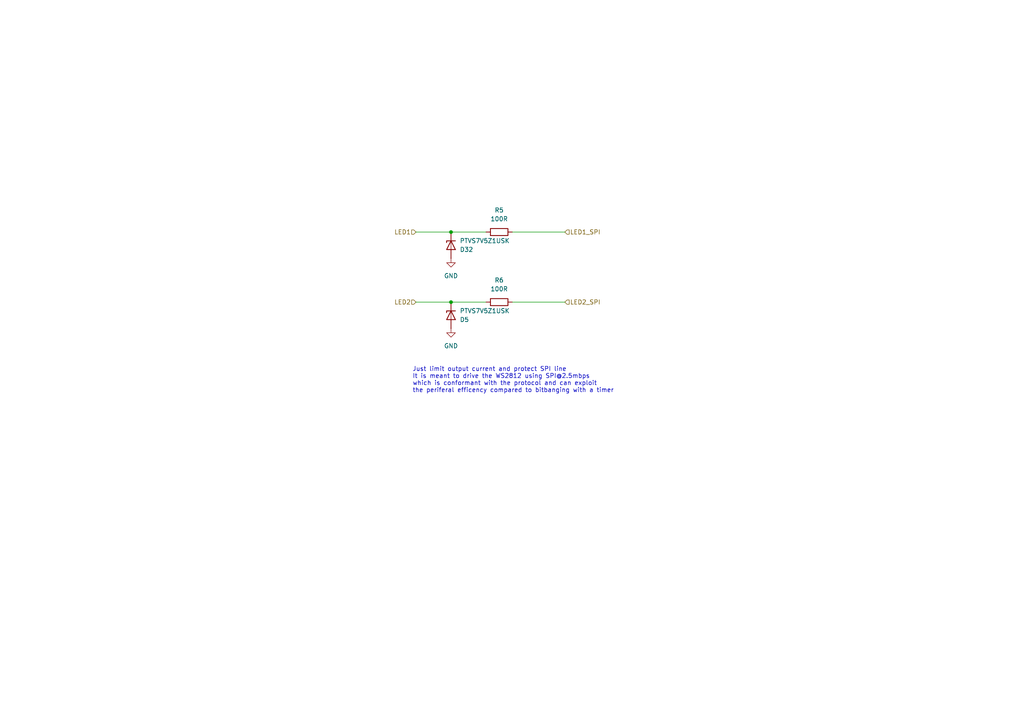
<source format=kicad_sch>
(kicad_sch (version 20231120) (generator "eeschema") (generator_version "8.0")
  (paper "A4")
  (title_block (title "TeR_ECU") (date "2024-07-12") (company "Tecnun-eRacing"))
  (lib_symbols
    (symbol "Device:R" (pin_numbers hide) (pin_names (offset 0))
      (property "Reference" "R" (at 2.032 0 90))
      (property "Value" "R" (at 0 0 90))
      (symbol "R_0_1"
        (rectangle (start -1.016 -2.54) (end 1.016 2.54) (stroke (width 0.254)))
      )
      (symbol "R_1_1"
        (pin passive line (at 0 3.81 270) (length 1.27) (name "~") (number "1"))
        (pin passive line (at 0 -3.81 90) (length 1.27) (name "~") (number "2"))
      )
    )
    (symbol "Diode:PTVS7V5Z1USK" (pin_numbers hide) (pin_names hide)
      (property "Reference" "D" (at 0 2.54 0))
      (property "Value" "PTVS7V5Z1USK" (at 0 -2.54 0))
      (symbol "PTVS7V5Z1USK_0_1"
        (polyline (pts (xy 1.27 0) (xy -1.27 0)))
        (polyline (pts (xy -1.27 -1.27) (xy -1.27 1.27) (xy -0.762 1.27)) (stroke (width 0.254)))
        (polyline (pts (xy 1.27 -1.27) (xy 1.27 1.27) (xy -1.27 0) (xy 1.27 -1.27)) (stroke (width 0.254)))
      )
      (symbol "PTVS7V5Z1USK_1_1"
        (pin passive line (at -3.81 0 0) (length 2.54) (name "K") (number "1"))
        (pin passive line (at 3.81 0 180) (length 2.54) (name "A") (number "2"))
      )
    )
    (symbol "power:GND" (power) (pin_numbers hide) (pin_names (offset 0) hide)
      (property "Value" "GND" (at 0 -3.81 0))
      (symbol "GND_0_1"
        (polyline (pts (xy 0 0) (xy 0 -1.27) (xy 1.27 -1.27) (xy 0 -2.54) (xy -1.27 -1.27) (xy 0 -1.27)))
      )
      (symbol "GND_1_1"
        (pin power_in line (at 0 0 270) (length 0) (name "~") (number "1"))
      )
    )
  )
  (junction (at 130.81 87.63))
  (junction (at 130.81 67.31))
  (wire (pts (xy 130.81 87.63) (xy 140.97 87.63)))
  (wire (pts (xy 148.59 67.31) (xy 163.83 67.31)))
  (wire (pts (xy 120.65 87.63) (xy 130.81 87.63)))
  (wire (pts (xy 120.65 67.31) (xy 130.81 67.31)))
  (wire (pts (xy 148.59 87.63) (xy 163.83 87.63)))
  (wire (pts (xy 130.81 67.31) (xy 140.97 67.31)))
  (text "Just limit output current and protect SPI line\nIt is meant to drive the WS2812 using SPI@2.5mbps\nwhich is conformant with the protocol and can exploit\nthe periferal efficency compared to bitbanging with a timer" (at 119.634 110.236 0) (effects (font (size 1.27 1.27)) (justify left)))
  (hierarchical_label "LED2" (shape input) (at 120.65 87.63 180))
  (hierarchical_label "LED1" (shape input) (at 120.65 67.31 180))
  (hierarchical_label "LED2_SPI" (shape input) (at 163.83 87.63 0))
  (hierarchical_label "LED1_SPI" (shape input) (at 163.83 67.31 0))
  (symbol (lib_id "Diode:PTVS7V5Z1USK") (at 130.81 91.44 90) (mirror x) (unit 1)
    (property "Reference" "D5" (at 133.35 92.7101 90) (effects (justify right)))
    (property "Value" "PTVS7V5Z1USK" (at 133.35 90.1701 90) (effects (justify right)))
    (property "Footprint" "Diode_SMD:Nexperia_DSN1608-2_1.6x0.8mm" (effects (hide yes)))
    (property "Datasheet" "https://assets.nexperia.com/documents/data-sheet/PTVS7V5Z1USK.pdf" (effects (hide yes)))
    (property "Description" "7.5V, 2200W TVS unidirectional diode, DSN1608-2" (effects (hide yes)))
  )
  (symbol (lib_id "Diode:PTVS7V5Z1USK") (at 130.81 71.12 90) (mirror x) (unit 1)
    (property "Reference" "D32" (at 133.35 72.3901 90) (effects (justify right)))
    (property "Value" "PTVS7V5Z1USK" (at 133.35 69.8501 90) (effects (justify right)))
    (property "Footprint" "Diode_SMD:Nexperia_DSN1608-2_1.6x0.8mm" (effects (hide yes)))
    (property "Datasheet" "https://assets.nexperia.com/documents/data-sheet/PTVS7V5Z1USK.pdf" (effects (hide yes)))
    (property "Description" "7.5V, 2200W TVS unidirectional diode, DSN1608-2" (effects (hide yes)))
  )
  (symbol (lib_id "Device:R") (at 144.78 67.31 90) (unit 1)
    (property "Reference" "R5" (at 144.78 60.96 90))
    (property "Value" "100R" (at 144.78 63.5 90))
    (property "Footprint" "Resistor_SMD:R_0603_1608Metric" (effects (hide yes)))
    (property "Description" "Resistor" (effects (hide yes)))
  )
  (symbol (lib_id "Device:R") (at 144.78 87.63 90) (unit 1)
    (property "Reference" "R6" (at 144.78 81.28 90))
    (property "Value" "100R" (at 144.78 83.82 90))
    (property "Footprint" "Resistor_SMD:R_0603_1608Metric" (effects (hide yes)))
    (property "Description" "Resistor" (effects (hide yes)))
  )
  (symbol (lib_id "power:GND") (at 130.81 95.25 0) (unit 1)
    (property "Reference" "#PWR011" (effects (hide yes)))
    (property "Value" "GND" (at 130.81 100.33 0))
    (property "Description" "Power symbol creates a global label with name \"GND\" , ground" (effects (hide yes)))
  )
  (symbol (lib_id "power:GND") (at 130.81 74.93 0) (unit 1)
    (property "Reference" "#PWR010" (effects (hide yes)))
    (property "Value" "GND" (at 130.81 80.01 0))
    (property "Description" "Power symbol creates a global label with name \"GND\" , ground" (effects (hide yes)))
  )
)
</source>
